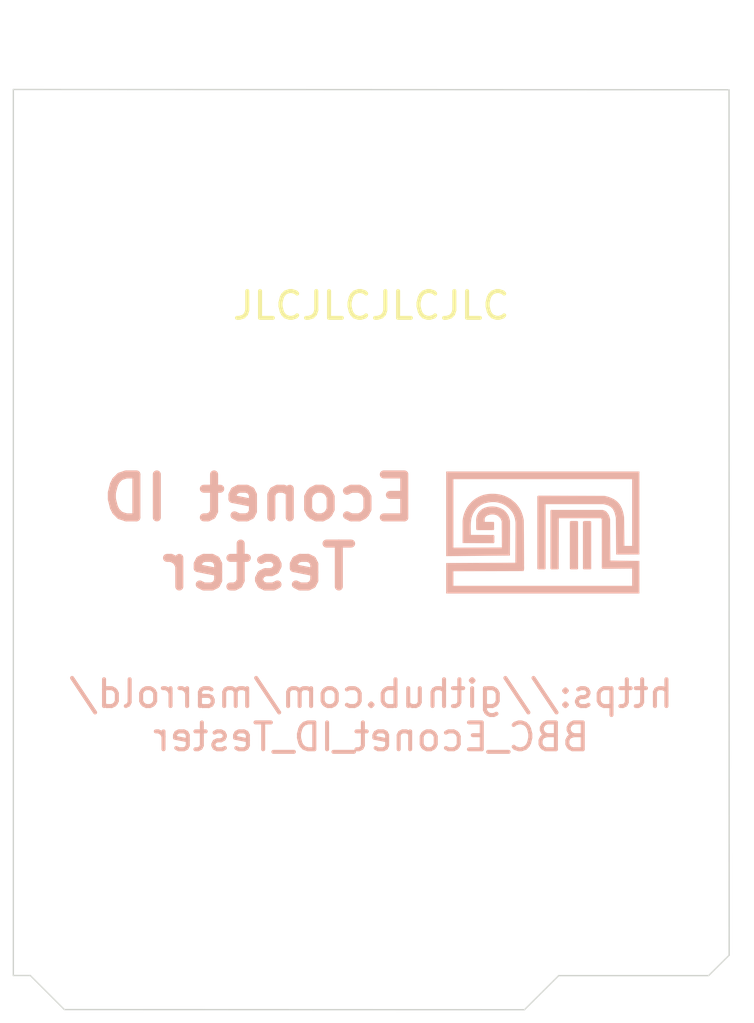
<source format=kicad_pcb>
(kicad_pcb (version 20211014) (generator pcbnew)
  (layers (0 "F.Cu" signal) (31 "B.Cu" signal) (34 "B.Paste" user) (35 "F.Paste" user) (36 "B.SilkS" user "B.Silkscreen") (37 "F.SilkS" user "F.Silkscreen") (38 "B.Mask" user) (39 "F.Mask" user) (44 "Edge.Cuts" user))
  (net 0 "")
  (footprint "EcoIDTester:Arduino_Uno_R3_Shield" (layer "F.Cu") (at 117.535 65.78 -90)
    (fp_text reference "A1" hide)
    (fp_text value "Arduino_Uno_R3_Shield")
    (pad "" np_thru_hole circle (at 66.04 -7.62 270) (size 3.2 3.2) (drill 3.2) (layers F&B.Cu *.Mask))
    (pad "" np_thru_hole circle (at 13.97 -2.54 270) (size 3.2 3.2) (drill 3.2) (layers F&B.Cu *.Mask))
    (pad "" np_thru_hole circle (at 15.24 -50.8 270) (size 3.2 3.2) (drill 3.2) (layers F&B.Cu *.Mask))
    (pad "" np_thru_hole circle (at 66.04 -35.56 270) (size 3.2 3.2) (drill 3.2) (layers F&B.Cu *.Mask))
  )
  (gr_poly (pts (xy 153.141346 95.909731) (xy 153.062478 95.913768) (xy 152.983689 95.920128) (xy 152.905126 95.928867) (xy 152.826937 95.940039) (xy 152.749268 95.9537) (xy 152.672265 95.969903) (xy 152.630967 95.978701) (xy 152.590096 95.988811) (xy 152.549634 96.000156) (xy 152.509563 96.012656) (xy 152.469867 96.026233) (xy 152.430528 96.040808) (xy 152.391528 96.056301) (xy 152.35285 96.072635) (xy 152.27639 96.107508) (xy 152.201009 96.144797) (xy 152.126566 96.18387) (xy 152.052923 96.224099) (xy 152.023389 96.242056) (xy 151.994262 96.260504) (xy 151.965543 96.279446) (xy 151.937236 96.298885) (xy 151.909342 96.318824) (xy 151.881864 96.339265) (xy 151.854804 96.360212) (xy 151.828165 96.381667) (xy 151.801949 96.403633) (xy 151.776157 96.426112) (xy 151.750794 96.449108) (xy 151.72586 96.472623) (xy 151.701358 96.496661) (xy 151.677291 96.521223) (xy 151.65366 96.546312) (xy 151.630469 96.571933) (xy 151.590873 96.610347) (xy 151.552933 96.650213) (xy 151.516587 96.69144) (xy 151.481776 96.733933) (xy 151.448438 96.777602) (xy 151.416512 96.822353) (xy 151.385938 96.868093) (xy 151.356655 96.914731) (xy 151.328602 96.962174) (xy 151.301717 97.01033) (xy 151.275941 97.059105) (xy 151.251213 97.108408) (xy 151.204654 97.208226) (xy 151.161555 97.309045) (xy 151.136011 97.382354) (xy 151.112366 97.456458) (xy 151.09072 97.531253) (xy 151.07117 97.606634) (xy 151.053817 97.682494) (xy 151.03876 97.758729) (xy 151.026098 97.835233) (xy 151.01593 97.911901) (xy 151.01593 99.583636) (xy 153.327832 99.594589) (xy 153.336854 99.58977) (xy 153.344984 99.584533) (xy 153.352263 99.578898) (xy 153.358736 99.572885) (xy 153.364444 99.566514) (xy 153.36943 99.559804) (xy 153.373737 99.552777) (xy 153.377408 99.545452) (xy 153.380486 99.537849) (xy 153.383012 99.529987) (xy 153.385031 99.521888) (xy 153.386584 99.513571) (xy 153.388466 99.496363) (xy 153.389 99.478523) (xy 153.388527 99.460211) (xy 153.38739 99.441589) (xy 153.38449 99.40405) (xy 153.38341 99.385454) (xy 153.383035 99.367187) (xy 153.383704 99.349409) (xy 153.38576 99.332281) (xy 153.384652 99.312756) (xy 153.384151 99.292946) (xy 153.384497 99.252694) (xy 153.387217 99.171239) (xy 153.387673 99.130934) (xy 153.387256 99.111084) (xy 153.38625 99.09151) (xy 153.384533 99.07227) (xy 153.381987 99.053417) (xy 153.378492 99.03501) (xy 153.373927 99.017105) (xy 153.366386 99.010357) (xy 153.358579 99.004337) (xy 153.350521 98.999007) (xy 153.342223 98.994331) (xy 153.333701 98.990271) (xy 153.324967 98.98679) (xy 153.316035 98.983852) (xy 153.306919 98.981418) (xy 153.288188 98.977917) (xy 153.268881 98.975991) (xy 153.249108 98.975344) (xy 153.228975 98.975678) (xy 153.147026 98.980898) (xy 153.126725 98.98169) (xy 153.106716 98.981684) (xy 153.087105 98.980584) (xy 153.068002 98.978091) (xy 151.632329 98.968685) (xy 151.622283 98.428178) (xy 151.62314 98.293181) (xy 151.627829 98.158332) (xy 151.637592 98.023678) (xy 151.644764 97.956439) (xy 151.65367 97.889266) (xy 151.656094 97.858437) (xy 151.659817 97.827812) (xy 151.66473 97.797381) (xy 151.670726 97.767135) (xy 151.677697 97.737064) (xy 151.685535 97.707159) (xy 151.694134 97.677411) (xy 151.703385 97.647809) (xy 151.723414 97.589008) (xy 151.744763 97.53068) (xy 151.787977 97.415136) (xy 151.809464 97.373108) (xy 151.832014 97.33167) (xy 151.855629 97.290864) (xy 151.880312 97.250733) (xy 151.906063 97.21132) (xy 151.932887 97.172668) (xy 151.960784 97.134818) (xy 151.989758 97.097814) (xy 152.01981 97.061698) (xy 152.050943 97.026514) (xy 152.083159 96.992303) (xy 152.116459 96.959108) (xy 152.150848 96.926972) (xy 152.186325 96.895938) (xy 152.222895 96.866047) (xy 152.260559 96.837344) (xy 152.282603 96.821212) (xy 152.305084 96.805542) (xy 152.327971 96.790329) (xy 152.351236 96.775567) (xy 152.398781 96.747371) (xy 152.447482 96.720906) (xy 152.497101 96.696126) (xy 152.547404 96.672981) (xy 152.598153 96.651426) (xy 152.649113 96.631411) (xy 152.779679 96.5964) (xy 152.846263 96.580953) (xy 152.913613 96.567119) (xy 152.981652 96.555079) (xy 153.050303 96.545013) (xy 153.119489 96.537103) (xy 153.189133 96.531529) (xy 153.25916 96.528471) (xy 153.329491 96.52811) (xy 153.400051 96.530628) (xy 153.470763 96.536204) (xy 153.54155 96.545019) (xy 153.612335 96.557254) (xy 153.683042 96.573089) (xy 153.753593 96.592706) (xy 153.802445 96.604943) (xy 153.850642 96.61913) (xy 153.898174 96.635181) (xy 153.945029 96.653009) (xy 153.991199 96.672528) (xy 154.036671 96.693649) (xy 154.081437 96.716288) (xy 154.125486 96.740356) (xy 154.168807 96.765768) (xy 154.21139 96.792436) (xy 154.253225 96.820274) (xy 154.294301 96.849195) (xy 154.334609 96.879112) (xy 154.374136 96.909939) (xy 154.412874 96.941588) (xy 154.450812 96.973974) (xy 154.498301 97.022799) (xy 154.544758 97.0724) (xy 154.589825 97.123049) (xy 154.611725 97.14885) (xy 154.633142 97.175014) (xy 154.654033 97.201574) (xy 154.674352 97.228566) (xy 154.694054 97.256021) (xy 154.713095 97.283974) (xy 154.73143 97.31246) (xy 154.749013 97.34151) (xy 154.765801 97.37116) (xy 154.781748 97.401443) (xy 154.800777 97.440233) (xy 154.818623 97.479576) (xy 154.835318 97.519434) (xy 154.85089 97.559766) (xy 154.86537 97.600532) (xy 154.878786 97.641693) (xy 154.891168 97.683209) (xy 154.902545 97.72504) (xy 154.912949 97.767147) (xy 154.922406 97.809489) (xy 154.938605 97.89472) (xy 154.951378 97.980416) (xy 154.960962 98.066259) (xy 154.950265 100.513708) (xy 154.948094 101.012179) (xy 154.947939 101.046853) (xy 149.790477 101.068917) (xy 149.790477 103.342785) (xy 164.190476 103.342785) (xy 164.190476 100.910479) (xy 162.028644 100.884432) (xy 162.025957 100.452883) (xy 162.018981 99.341735) (xy 162.009317 97.798989) (xy 161.972575 97.672381) (xy 161.935885 97.545724) (xy 161.903226 97.481491) (xy 161.870617 97.417254) (xy 161.796669 97.326202) (xy 161.782649 97.308546) (xy 161.768869 97.290887) (xy 161.754979 97.273525) (xy 161.747883 97.26505) (xy 161.740628 97.256762) (xy 161.733171 97.248699) (xy 161.725467 97.240899) (xy 161.717473 97.233398) (xy 161.709144 97.226236) (xy 161.700437 97.219448) (xy 161.691309 97.213074) (xy 161.681715 97.20715) (xy 161.67673 97.204369) (xy 161.671612 97.201715) (xy 161.620452 97.168276) (xy 161.540973 97.140011) (xy 161.461444 97.111691) (xy 159.524301 97.110763) (xy 157.587158 97.109832) (xy 157.574239 97.143368) (xy 157.561371 97.176907) (xy 157.561371 101.490908) (xy 157.586848 101.516384) (xy 157.612376 101.541809) (xy 157.868484 101.541448) (xy 158.124592 101.541137) (xy 158.151051 101.524392) (xy 158.17751 101.50765) (xy 158.17906 100.976623) (xy 158.180455 100.485955) (xy 158.182936 99.621511) (xy 158.188362 97.735375) (xy 161.333958 97.735375) (xy 161.342391 97.745816) (xy 161.349696 97.75567) (xy 161.355965 97.765032) (xy 161.361287 97.773993) (xy 161.365756 97.782645) (xy 161.369461 97.79108) (xy 161.372495 97.799392) (xy 161.374949 97.807672) (xy 161.376914 97.816012) (xy 161.378482 97.824506) (xy 161.379743 97.833244) (xy 161.380789 97.84232) (xy 161.384652 97.883844) (xy 161.385893 99.666162) (xy 161.38641 100.458361) (xy 161.386719 100.941329) (xy 161.387081 101.448483) (xy 161.412558 101.473959) (xy 161.438034 101.499383) (xy 163.648287 101.484552) (xy 163.648287 102.765765) (xy 150.332718 102.765765) (xy 150.332718 101.683868) (xy 155.554724 101.672241) (xy 155.561966 101.657237) (xy 155.56846 101.642099) (xy 155.579354 101.611443) (xy 155.587698 101.580326) (xy 155.593783 101.548801) (xy 155.597903 101.516921) (xy 155.60035 101.484739) (xy 155.601416 101.452307) (xy 155.601393 101.419678) (xy 155.599251 101.354041) (xy 155.596262 101.288252) (xy 155.594765 101.222733) (xy 155.595307 101.190207) (xy 155.597098 101.157907) (xy 155.596375 101.005044) (xy 155.59405 100.508178) (xy 155.588185 99.200562) (xy 155.577926 97.893402) (xy 155.556435 97.77756) (xy 155.530742 97.662591) (xy 155.516253 97.605516) (xy 155.500634 97.548759) (xy 155.483856 97.492352) (xy 155.465894 97.436328) (xy 155.446721 97.380721) (xy 155.42631 97.325564) (xy 155.404634 97.270889) (xy 155.381666 97.21673) (xy 155.35738 97.163119) (xy 155.331749 97.11009) (xy 155.304746 97.057677) (xy 155.276343 97.005911) (xy 155.241255 96.953559) (xy 155.205368 96.90136) (xy 155.168607 96.84953) (xy 155.130899 96.798287) (xy 155.092171 96.747851) (xy 155.052349 96.698438) (xy 155.011359 96.650268) (xy 154.969127 96.603558) (xy 154.843702 96.49417) (xy 154.780646 96.439947) (xy 154.716604 96.387088) (xy 154.684037 96.361415) (xy 154.65101 96.336379) (xy 154.617453 96.312077) (xy 154.583295 96.288608) (xy 154.548466 96.26607) (xy 154.512894 96.244562) (xy 154.476508 96.224182) (xy 154.439237 96.205029) (xy 154.407911 96.186778) (xy 154.37617 96.169155) (xy 154.311546 96.135772) (xy 154.245563 96.104832) (xy 154.178417 96.076289) (xy 154.110307 96.050096) (xy 154.04143 96.026205) (xy 153.971983 96.004571) (xy 153.902163 95.985145) (xy 153.830561 95.968941) (xy 153.757572 95.954518) (xy 153.683344 95.941931) (xy 153.608022 95.931232) (xy 153.531755 95.922477) (xy 153.454686 95.915718) (xy 153.376965 95.91101) (xy 153.298736 95.908407) (xy 153.220148 95.907962)) (layer "B.SilkS") (width 0) (fill solid))
  (gr_poly (pts (xy 149.790477 100.558044) (xy 150.684566 100.552312) (xy 151.709326 100.541558) (xy 153.232848 100.524861) (xy 154.544088 100.516757) (xy 154.5501 99.226581) (xy 154.552559 98.581564) (xy 154.55122 97.937017) (xy 154.51859 97.806495) (xy 154.501602 97.741495) (xy 154.482839 97.677194) (xy 154.472481 97.645429) (xy 154.461306 97.613985) (xy 154.44919 97.582911) (xy 154.436009 97.552258) (xy 154.421639 97.522074) (xy 154.405954 97.492408) (xy 154.388831 97.463309) (xy 154.370145 97.434826) (xy 154.29393 97.334831) (xy 154.255161 97.28509) (xy 154.235247 97.260725) (xy 154.21484 97.236864) (xy 154.193836 97.213634) (xy 154.17213 97.191159) (xy 154.149619 97.169567) (xy 154.126199 97.148982) (xy 154.101763 97.129531) (xy 154.076209 97.11134) (xy 154.049433 97.094533) (xy 154.035553 97.086689) (xy 154.021329 97.079238) (xy 153.983268 97.052843) (xy 153.942539 97.027857) (xy 153.853751 96.982309) (xy 153.756312 96.942985) (xy 153.651571 96.910275) (xy 153.540876 96.884567) (xy 153.425575 96.866254) (xy 153.307017 96.855724) (xy 153.186549 96.853367) (xy 153.06552 96.859574) (xy 152.945277 96.874735) (xy 152.82717 96.899239) (xy 152.769339 96.915117) (xy 152.712547 96.933477) (xy 152.656962 96.954368) (xy 152.602755 96.977838) (xy 152.550092 97.003937) (xy 152.499142 97.032713) (xy 152.450075 97.064215) (xy 152.403058 97.098492) (xy 152.358261 97.135592) (xy 152.315851 97.175564) (xy 152.294148 97.192646) (xy 152.273908 97.210992) (xy 152.25502 97.230492) (xy 152.237377 97.251034) (xy 152.220867 97.272509) (xy 152.205383 97.294806) (xy 152.190814 97.317813) (xy 152.177051 97.34142) (xy 152.163985 97.365517) (xy 152.151507 97.389992) (xy 152.127874 97.439635) (xy 152.082843 97.538592) (xy 152.07394 97.565997) (xy 152.065747 97.593493) (xy 152.058265 97.62108) (xy 152.051492 97.648758) (xy 152.045428 97.676528) (xy 152.040074 97.704387) (xy 152.03543 97.732338) (xy 152.031495 97.76038) (xy 152.028269 97.788512) (xy 152.025752 97.816735) (xy 152.023944 97.845048) (xy 152.022845 97.873451) (xy 152.022454 97.901946) (xy 152.022772 97.93053) (xy 152.023799 97.959205) (xy 152.025534 97.987969) (xy 152.026544 98.058233) (xy 152.026318 98.128807) (xy 152.024567 98.270281) (xy 152.024245 98.34088) (xy 152.025095 98.411185) (xy 152.027718 98.481045) (xy 152.032716 98.550311) (xy 152.034981 98.56018) (xy 152.037797 98.56913) (xy 152.04114 98.577203) (xy 152.044985 98.584441) (xy 152.049305 98.590886) (xy 152.054077 98.596581) (xy 152.059275 98.601567) (xy 152.064873 98.605886) (xy 152.070846 98.609581) (xy 152.077169 98.612693) (xy 152.083816 98.615264) (xy 152.090763 98.617337) (xy 152.097985 98.618953) (xy 152.105455 98.620155) (xy 152.121041 98.621484) (xy 152.137319 98.621659) (xy 152.154088 98.621017) (xy 152.188289 98.618627) (xy 152.205317 98.617551) (xy 152.222028 98.617004) (xy 152.238218 98.617321) (xy 152.253686 98.618838) (xy 153.313516 98.618838) (xy 153.321839 98.612851) (xy 153.329313 98.606513) (xy 153.335977 98.59984) (xy 153.341875 98.592851) (xy 153.347048 98.585561) (xy 153.351537 98.577989) (xy 153.355384 98.570151) (xy 153.35863 98.562065) (xy 153.361317 98.553747) (xy 153.363487 98.545216) (xy 153.365182 98.536488) (xy 153.366442 98.527581) (xy 153.367826 98.509297) (xy 153.367973 98.490501) (xy 153.367215 98.471331) (xy 153.365885 98.451925) (xy 153.362839 98.412954) (xy 153.361789 98.393665) (xy 153.361497 98.37469) (xy 153.362297 98.356166) (xy 153.364522 98.338232) (xy 153.363142 98.317289) (xy 153.362607 98.296189) (xy 153.362731 98.274968) (xy 153.363325 98.25366) (xy 153.36664 98.168254) (xy 153.366764 98.147032) (xy 153.36623 98.125932) (xy 153.36485 98.104989) (xy 153.362436 98.084237) (xy 153.358801 98.06371) (xy 153.353755 98.043444) (xy 153.347113 98.023473) (xy 153.343133 98.013609) (xy 153.338684 98.003833) (xy 152.663116 98.003833) (xy 152.664712 97.981125) (xy 152.665147 97.958063) (xy 152.66473 97.93474) (xy 152.66377 97.911252) (xy 152.661459 97.864156) (xy 152.660726 97.840739) (xy 152.660687 97.817535) (xy 152.66165 97.794638) (xy 152.663926 97.772144) (xy 152.667823 97.750147) (xy 152.670476 97.739365) (xy 152.67365 97.728742) (xy 152.677384 97.718291) (xy 152.681716 97.708024) (xy 152.686686 97.697952) (xy 152.692331 97.688087) (xy 152.698691 97.678441) (xy 152.705803 97.669026) (xy 152.713708 97.659854) (xy 152.722442 97.650936) (xy 152.732749 97.634852) (xy 152.744944 97.619338) (xy 152.758925 97.604408) (xy 152.774589 97.590077) (xy 152.791833 97.57636) (xy 152.810555 97.56327) (xy 152.85202 97.53903) (xy 152.898163 97.517472) (xy 152.948161 97.498713) (xy 153.001194 97.482865) (xy 153.05644 97.470044) (xy 153.113076 97.460365) (xy 153.170281 97.453942) (xy 153.227234 97.450891) (xy 153.283113 97.451326) (xy 153.337095 97.455361) (xy 153.38836 97.463113) (xy 153.436085 97.474695) (xy 153.458364 97.481958) (xy 153.479449 97.490222) (xy 153.493168 97.493535) (xy 153.506648 97.497307) (xy 153.519895 97.501522) (xy 153.532918 97.506163) (xy 153.545721 97.511213) (xy 153.558313 97.516655) (xy 153.582884 97.528649) (xy 153.606685 97.542011) (xy 153.629768 97.556606) (xy 153.652186 97.572301) (xy 153.673991 97.588962) (xy 153.695235 97.606453) (xy 153.715971 97.624642) (xy 153.736251 97.643394) (xy 153.756129 97.662575) (xy 153.794884 97.701687) (xy 153.832658 97.740905) (xy 153.851984 97.782775) (xy 153.87188 97.824523) (xy 153.891014 97.866439) (xy 153.89988 97.887551) (xy 153.908056 97.908813) (xy 153.915376 97.930262) (xy 153.921674 97.951935) (xy 153.926783 97.973867) (xy 153.930537 97.996095) (xy 153.93277 98.018654) (xy 153.933314 98.041582) (xy 153.932902 98.053195) (xy 153.932005 98.064914) (xy 153.930602 98.076743) (xy 153.928674 98.088687) (xy 153.940713 99.912606) (xy 150.332718 99.923202) (xy 150.332718 94.824234) (xy 163.648287 94.824234) (xy 163.648287 99.793957) (xy 163.076745 99.792355) (xy 163.064653 98.721466) (xy 163.052509 97.650573) (xy 163.017525 97.470327) (xy 162.98254 97.290078) (xy 162.937478 97.152258) (xy 162.892519 97.014385) (xy 162.828389 96.883541) (xy 162.811377 96.848977) (xy 162.794169 96.815024) (xy 162.776369 96.781771) (xy 162.767124 96.765434) (xy 162.757583 96.749305) (xy 162.747697 96.733395) (xy 162.737416 96.717716) (xy 162.726691 96.702277) (xy 162.715473 96.68709) (xy 162.703711 96.672167) (xy 162.691358 96.657518) (xy 162.678363 96.643154) (xy 162.664678 96.629086) (xy 162.639014 96.598505) (xy 162.611581 96.568025) (xy 162.582482 96.537769) (xy 162.55182 96.507861) (xy 162.5197 96.478423) (xy 162.486224 96.449578) (xy 162.451497 96.42145) (xy 162.415623 96.394162) (xy 162.378704 96.367836) (xy 162.340845 96.342596) (xy 162.302149 96.318565) (xy 162.262721 96.295865) (xy 162.222663 96.27462) (xy 162.18208 96.254952) (xy 162.141074 96.236986) (xy 162.099751 96.220843) (xy 161.938986 96.154075) (xy 161.774603 96.107981) (xy 161.61022 96.061886) (xy 159.126547 96.055064) (xy 156.642824 96.048243) (xy 156.613264 96.072688) (xy 156.583705 96.09718) (xy 156.583705 101.490908) (xy 156.609181 101.516384) (xy 156.634658 101.541809) (xy 157.149045 101.541809) (xy 157.174522 101.516384) (xy 157.20005 101.490908) (xy 157.20005 96.685723) (xy 161.507797 96.685723) (xy 161.67218 96.727684) (xy 161.836563 96.769645) (xy 161.943171 96.827523) (xy 162.04978 96.8854) (xy 162.132669 96.968081) (xy 162.215558 97.050817) (xy 162.279533 97.181094) (xy 162.343509 97.311267) (xy 162.389397 97.50216) (xy 162.435234 97.692999) (xy 162.447843 99.048837) (xy 162.459936 100.440069) (xy 163.325204 100.439342) (xy 164.190476 100.43428) (xy 164.190476 94.247216) (xy 149.790477 94.247216)) (layer "B.SilkS") (width 0) (fill solid))
  (gr_poly (pts (xy 160.017708 97.970141) (xy 159.984324 98.003472) (xy 159.984324 101.490908) (xy 160.009801 101.516333) (xy 160.035329 101.541757) (xy 160.533438 101.541757) (xy 160.56708 101.528939) (xy 160.600669 101.516024) (xy 160.600669 97.981304) (xy 160.563514 97.959753) (xy 160.563514 97.959701) (xy 160.526307 97.938052) (xy 160.288698 97.937429) (xy 160.051091 97.93681)) (layer "B.SilkS") (width 0) (fill solid))
  (gr_poly (pts (xy 159.047741 97.958773) (xy 159.006659 97.980734) (xy 159.006659 101.490908) (xy 159.032135 101.516333) (xy 159.057663 101.541757) (xy 159.571998 101.541757) (xy 159.597474 101.516333) (xy 159.623002 101.490908) (xy 159.623002 97.981304) (xy 159.585795 97.959753) (xy 159.548588 97.938052) (xy 159.318731 97.937429) (xy 159.088823 97.93681)) (layer "B.SilkS") (width 0) (fill solid))
  (gr_line (start 155.63 134.36) (end 158.18 131.82) (layer "Edge.Cuts") (width 0.1))
  (gr_line (start 170.87 65.8) (end 117.54 65.78) (layer "Edge.Cuts") (width 0.1))
  (gr_line (start 117.54 65.78) (end 117.54 131.81) (layer "Edge.Cuts") (width 0.1))
  (gr_line (start 158.18 131.82) (end 169.35 131.82) (layer "Edge.Cuts") (width 0.1))
  (gr_line (start 118.8 131.81) (end 121.34 134.35) (layer "Edge.Cuts") (width 0.1))
  (gr_line (start 169.35 131.82) (end 170.88 130.3) (layer "Edge.Cuts") (width 0.1))
  (gr_line (start 170.88 130.3) (end 170.87 65.8) (layer "Edge.Cuts") (width 0.1))
  (gr_line (start 117.54 131.81) (end 118.8 131.81) (layer "Edge.Cuts") (width 0.1))
  (gr_line (start 121.34 134.35) (end 155.63 134.36) (layer "Edge.Cuts") (width 0.1))
  (gr_text "https://github.com/marrold/\nBBC_Econet_ID_Tester" (at 144.205 112.43) (layer "B.SilkS") (effects (font (size 2 2) (thickness 0.3)) (justify mirror)))
  (gr_text "Econet ID\nTester" (at 135.850477 98.795) (layer "B.SilkS") (effects (font (size 3.2 3.2) (thickness 0.6)) (justify mirror)))
  (gr_text "JLCJLCJLCJLC" (at 144.21 81.89) (layer "F.SilkS") (effects (font (size 2 2) (thickness 0.3))))
)
</source>
